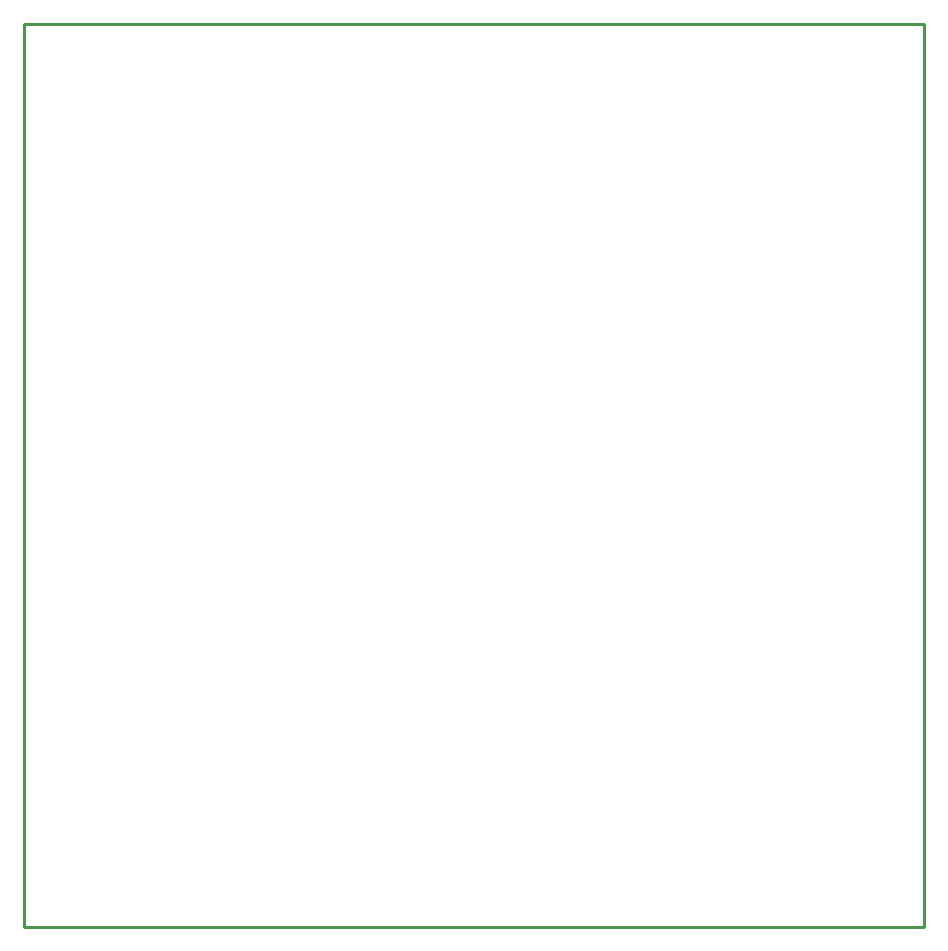
<source format=gm1>
G04*
G04 #@! TF.GenerationSoftware,Altium Limited,Altium Designer,25.2.1 (25)*
G04*
G04 Layer_Color=16711935*
%FSLAX25Y25*%
%MOIN*%
G70*
G04*
G04 #@! TF.SameCoordinates,06D7508E-8D86-4BD8-A93B-F394D34A9F42*
G04*
G04*
G04 #@! TF.FilePolarity,Positive*
G04*
G01*
G75*
%ADD14C,0.01000*%
D14*
X112000Y486500D02*
Y487500D01*
X412000D01*
Y186500D02*
Y487500D01*
X112000Y186500D02*
X412000D01*
X112000D02*
Y486500D01*
M02*

</source>
